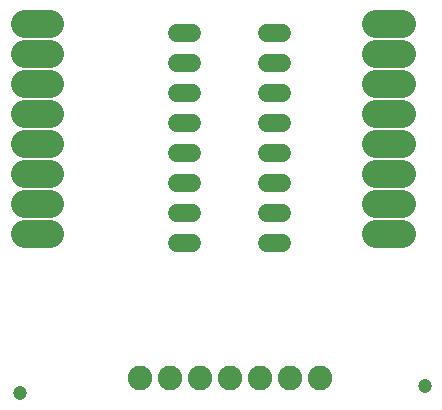
<source format=gbr>
G04 EAGLE Gerber X2 export*
%TF.Part,Single*%
%TF.FileFunction,Soldermask,Bot,1*%
%TF.FilePolarity,Negative*%
%TF.GenerationSoftware,Autodesk,EAGLE,8.6.0*%
%TF.CreationDate,2018-03-02T20:01:04Z*%
G75*
%MOMM*%
%FSLAX34Y34*%
%LPD*%
%AMOC8*
5,1,8,0,0,1.08239X$1,22.5*%
G01*
%ADD10C,1.203200*%
%ADD11C,1.524000*%
%ADD12C,2.082800*%
%ADD13C,2.387600*%


D10*
X349250Y19050D03*
X6350Y12700D03*
D11*
X139446Y317500D02*
X152654Y317500D01*
X152654Y292100D02*
X139446Y292100D01*
X139446Y165100D02*
X152654Y165100D01*
X152654Y139700D02*
X139446Y139700D01*
X139446Y266700D02*
X152654Y266700D01*
X152654Y241300D02*
X139446Y241300D01*
X139446Y190500D02*
X152654Y190500D01*
X152654Y215900D02*
X139446Y215900D01*
X215646Y139700D02*
X228854Y139700D01*
X228854Y165100D02*
X215646Y165100D01*
X215646Y190500D02*
X228854Y190500D01*
X228854Y215900D02*
X215646Y215900D01*
X215646Y241300D02*
X228854Y241300D01*
X228854Y266700D02*
X215646Y266700D01*
X215646Y292100D02*
X228854Y292100D01*
X228854Y317500D02*
X215646Y317500D01*
D12*
X107950Y25400D03*
X133350Y25400D03*
X158750Y25400D03*
X184150Y25400D03*
X209550Y25400D03*
X234950Y25400D03*
X260350Y25400D03*
D13*
X308178Y147650D02*
X330022Y147650D01*
X330022Y173050D02*
X308178Y173050D01*
X308178Y198450D02*
X330022Y198450D01*
X330022Y223850D02*
X308178Y223850D01*
X308178Y249250D02*
X330022Y249250D01*
X330022Y274650D02*
X308178Y274650D01*
X308178Y300050D02*
X330022Y300050D01*
X330022Y325450D02*
X308178Y325450D01*
X32522Y325450D02*
X10678Y325450D01*
X10678Y300050D02*
X32522Y300050D01*
X32522Y274650D02*
X10678Y274650D01*
X10678Y249250D02*
X32522Y249250D01*
X32522Y223850D02*
X10678Y223850D01*
X10678Y198450D02*
X32522Y198450D01*
X32522Y173050D02*
X10678Y173050D01*
X10678Y147650D02*
X32522Y147650D01*
M02*

</source>
